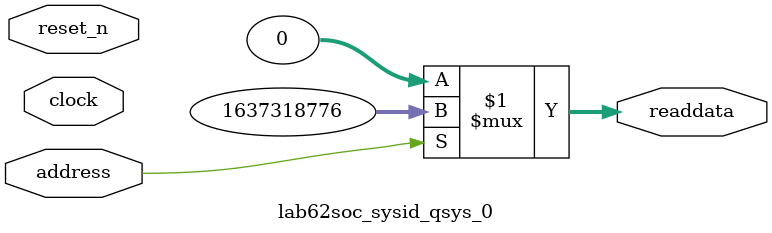
<source format=v>



// synthesis translate_off
`timescale 1ns / 1ps
// synthesis translate_on

// turn off superfluous verilog processor warnings 
// altera message_level Level1 
// altera message_off 10034 10035 10036 10037 10230 10240 10030 

module lab62soc_sysid_qsys_0 (
               // inputs:
                address,
                clock,
                reset_n,

               // outputs:
                readdata
             )
;

  output  [ 31: 0] readdata;
  input            address;
  input            clock;
  input            reset_n;

  wire    [ 31: 0] readdata;
  //control_slave, which is an e_avalon_slave
  assign readdata = address ? 1637318776 : 0;

endmodule



</source>
